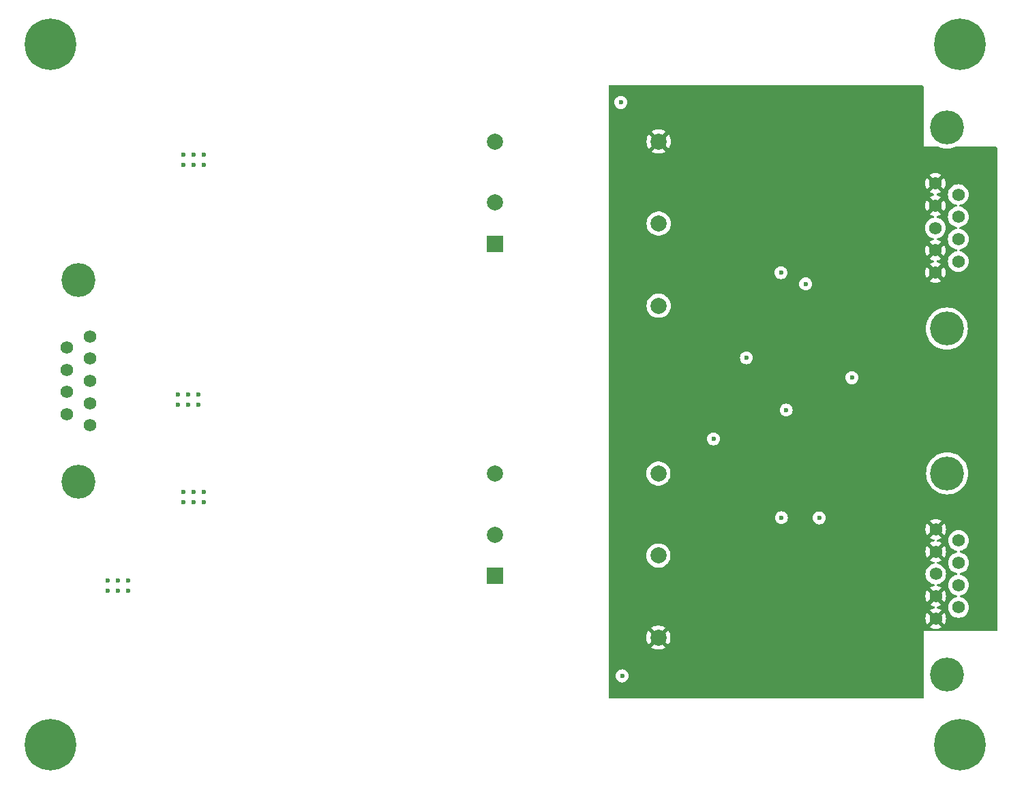
<source format=gbr>
%TF.GenerationSoftware,KiCad,Pcbnew,8.0.6*%
%TF.CreationDate,2025-05-16T11:43:59-04:00*%
%TF.ProjectId,PM5V_Telemetry_Cold_TPC,504d3556-5f54-4656-9c65-6d657472795f,rev?*%
%TF.SameCoordinates,Original*%
%TF.FileFunction,Copper,L5,Inr*%
%TF.FilePolarity,Positive*%
%FSLAX46Y46*%
G04 Gerber Fmt 4.6, Leading zero omitted, Abs format (unit mm)*
G04 Created by KiCad (PCBNEW 8.0.6) date 2025-05-16 11:43:59*
%MOMM*%
%LPD*%
G01*
G04 APERTURE LIST*
%TA.AperFunction,ComponentPad*%
%ADD10C,6.400000*%
%TD*%
%TA.AperFunction,ComponentPad*%
%ADD11C,1.560000*%
%TD*%
%TA.AperFunction,ComponentPad*%
%ADD12C,4.216000*%
%TD*%
%TA.AperFunction,ComponentPad*%
%ADD13R,2.000000X2.000000*%
%TD*%
%TA.AperFunction,ComponentPad*%
%ADD14C,2.000000*%
%TD*%
%TA.AperFunction,ViaPad*%
%ADD15C,0.600000*%
%TD*%
G04 APERTURE END LIST*
D10*
%TO.N,GNDPWR*%
%TO.C,H3*%
X208000000Y-33000000D03*
%TD*%
%TO.N,GNDPWR*%
%TO.C,H1*%
X95000000Y-33000000D03*
%TD*%
D11*
%TO.N,/V_SEC_RTN*%
%TO.C,J1*%
X99920000Y-69275000D03*
X99920000Y-72045000D03*
%TO.N,unconnected-(J1-Pad3)*%
X99920000Y-74815000D03*
%TO.N,/V_SEC_RTN*%
X99920000Y-77585000D03*
X99920000Y-80355000D03*
%TO.N,/V_SEC_IN*%
X97080000Y-70660000D03*
X97080000Y-73430000D03*
X97080000Y-76200000D03*
X97080000Y-78970000D03*
D12*
%TO.N,GNDPWR*%
X98500000Y-62315000D03*
X98500000Y-87315000D03*
%TD*%
D10*
%TO.N,GNDPWR*%
%TO.C,H2*%
X95000000Y-120000000D03*
%TD*%
D11*
%TO.N,/PM_5V_RTN*%
%TO.C,J2*%
X204940000Y-61360000D03*
X204940000Y-58590000D03*
%TO.N,unconnected-(J2-Pad3)*%
X204940000Y-55820000D03*
%TO.N,/PM_5V_RTN*%
X204940000Y-53050000D03*
X204940000Y-50280000D03*
%TO.N,/M5_OUT*%
X207780000Y-59975000D03*
X207780000Y-57205000D03*
%TO.N,/P5_OUT*%
X207780000Y-54435000D03*
X207780000Y-51665000D03*
D12*
%TO.N,GNDPWR*%
X206360000Y-68320000D03*
X206360000Y-43320000D03*
%TD*%
D10*
%TO.N,GNDPWR*%
%TO.C,H4*%
X208000000Y-120000000D03*
%TD*%
D13*
%TO.N,/Main_Converter1/V_POS*%
%TO.C,U2*%
X150235600Y-99020000D03*
D14*
%TO.N,/Main_Converter1/V_RTN*%
X150235600Y-93920000D03*
%TO.N,/PM_5V_RTN*%
X170535600Y-106720000D03*
%TO.N,/Main_Converter1/trim*%
X170535600Y-96520000D03*
%TO.N,/M5_OUT*%
X170535600Y-86320000D03*
%TO.N,unconnected-(U2-REMOTE-Pad6)*%
X150235600Y-86320000D03*
%TD*%
D13*
%TO.N,/Main_Converter/V_POS*%
%TO.C,U1*%
X150268100Y-57775000D03*
D14*
%TO.N,/Main_Converter/V_RTN*%
X150268100Y-52675000D03*
%TO.N,/P5_OUT*%
X170568100Y-65475000D03*
%TO.N,/Main_Converter/trim*%
X170568100Y-55275000D03*
%TO.N,/PM_5V_RTN*%
X170568100Y-45075000D03*
%TO.N,unconnected-(U1-REMOTE-Pad6)*%
X150268100Y-45075000D03*
%TD*%
D11*
%TO.N,/PM_5V_RTN*%
%TO.C,J3*%
X204980000Y-104350000D03*
X204980000Y-101580000D03*
%TO.N,unconnected-(J3-Pad3)*%
X204980000Y-98810000D03*
%TO.N,/PM_5V_RTN*%
X204980000Y-96040000D03*
X204980000Y-93270000D03*
%TO.N,/M5_OUT*%
X207820000Y-102965000D03*
X207820000Y-100195000D03*
%TO.N,/P5_OUT*%
X207820000Y-97425000D03*
X207820000Y-94655000D03*
D12*
%TO.N,GNDPWR*%
X206400000Y-111310000D03*
X206400000Y-86310000D03*
%TD*%
D15*
%TO.N,/V_SEC_RTN*%
X111506000Y-88646000D03*
X112776000Y-48006000D03*
X111506000Y-46736000D03*
X111506000Y-89916000D03*
X112776000Y-89916000D03*
X114046000Y-46736000D03*
X114046000Y-48006000D03*
X112776000Y-46736000D03*
X114046000Y-88646000D03*
X114046000Y-89916000D03*
X112776000Y-88646000D03*
X111506000Y-48006000D03*
%TO.N,/P5_OUT*%
X194564000Y-74422000D03*
X181474300Y-71950000D03*
%TO.N,/PM_5V_RTN*%
X179238100Y-82080000D03*
X185868900Y-82427600D03*
X186468100Y-67620000D03*
X192928100Y-77790000D03*
X184188100Y-69560000D03*
X170318100Y-40230000D03*
X170483000Y-111506000D03*
X183418100Y-79770000D03*
%TO.N,GNDPWR*%
X165868100Y-40220000D03*
X166035500Y-111481000D03*
%TO.N,/M5_OUT*%
X186401900Y-78450000D03*
X177378100Y-82030000D03*
%TO.N,Net-(D1-Pad2)*%
X185758100Y-61370000D03*
%TO.N,Net-(D1-Pad1)*%
X188828100Y-62770000D03*
%TO.N,Net-(D2-Pad1)*%
X185818100Y-91830000D03*
%TO.N,Net-(D2-Pad2)*%
X190508100Y-91840000D03*
%TO.N,/V_SEC_IN*%
X110870000Y-76520000D03*
X104660000Y-100910000D03*
X103390000Y-100910000D03*
X103390000Y-99640000D03*
X110870000Y-77790000D03*
X102120000Y-99640000D03*
X113410000Y-77790000D03*
X104660000Y-99640000D03*
X112140000Y-77790000D03*
X113410000Y-76520000D03*
X102120000Y-100910000D03*
X112140000Y-76520000D03*
%TD*%
%TA.AperFunction,Conductor*%
%TO.N,/PM_5V_RTN*%
G36*
X203397039Y-38119685D02*
G01*
X203442794Y-38172489D01*
X203454000Y-38224000D01*
X203454000Y-45720000D01*
X205310168Y-45720000D01*
X205361057Y-45730924D01*
X205380523Y-45739685D01*
X205433317Y-45763446D01*
X205433319Y-45763447D01*
X205433322Y-45763448D01*
X205433325Y-45763449D01*
X205433339Y-45763454D01*
X205669018Y-45836893D01*
X205734604Y-45857331D01*
X206045005Y-45914214D01*
X206360000Y-45933268D01*
X206674995Y-45914214D01*
X206985396Y-45857331D01*
X207193482Y-45792489D01*
X207286660Y-45763454D01*
X207286667Y-45763451D01*
X207286678Y-45763448D01*
X207358942Y-45730924D01*
X207409832Y-45720000D01*
X212474000Y-45720000D01*
X212541039Y-45739685D01*
X212586794Y-45792489D01*
X212598000Y-45844000D01*
X212598000Y-105794000D01*
X212578315Y-105861039D01*
X212525511Y-105906794D01*
X212474000Y-105918000D01*
X203454000Y-105918000D01*
X203454000Y-114176000D01*
X203434315Y-114243039D01*
X203381511Y-114288794D01*
X203330000Y-114300000D01*
X164462000Y-114300000D01*
X164394961Y-114280315D01*
X164349206Y-114227511D01*
X164338000Y-114176000D01*
X164338000Y-111480996D01*
X165229935Y-111480996D01*
X165229935Y-111481003D01*
X165250130Y-111660249D01*
X165250131Y-111660254D01*
X165309711Y-111830523D01*
X165375608Y-111935396D01*
X165405684Y-111983262D01*
X165533238Y-112110816D01*
X165685978Y-112206789D01*
X165771396Y-112236678D01*
X165856245Y-112266368D01*
X165856250Y-112266369D01*
X166035496Y-112286565D01*
X166035500Y-112286565D01*
X166035504Y-112286565D01*
X166214749Y-112266369D01*
X166214752Y-112266368D01*
X166214755Y-112266368D01*
X166385022Y-112206789D01*
X166537762Y-112110816D01*
X166665316Y-111983262D01*
X166761289Y-111830522D01*
X166820868Y-111660255D01*
X166841065Y-111481000D01*
X166821798Y-111310000D01*
X166820869Y-111301750D01*
X166820868Y-111301745D01*
X166761288Y-111131476D01*
X166665315Y-110978737D01*
X166537762Y-110851184D01*
X166385023Y-110755211D01*
X166214754Y-110695631D01*
X166214749Y-110695630D01*
X166035504Y-110675435D01*
X166035496Y-110675435D01*
X165856250Y-110695630D01*
X165856245Y-110695631D01*
X165685976Y-110755211D01*
X165533237Y-110851184D01*
X165405684Y-110978737D01*
X165309711Y-111131476D01*
X165250131Y-111301745D01*
X165250130Y-111301750D01*
X165229935Y-111480996D01*
X164338000Y-111480996D01*
X164338000Y-106719994D01*
X169030459Y-106719994D01*
X169030459Y-106720005D01*
X169050985Y-106967729D01*
X169050987Y-106967738D01*
X169112012Y-107208717D01*
X169211866Y-107436364D01*
X169312164Y-107589882D01*
X169934558Y-106967488D01*
X169959578Y-107027890D01*
X170030712Y-107134351D01*
X170121249Y-107224888D01*
X170227710Y-107296022D01*
X170288111Y-107321041D01*
X169665542Y-107943609D01*
X169712368Y-107980055D01*
X169712370Y-107980056D01*
X169930985Y-108098364D01*
X169930996Y-108098369D01*
X170166106Y-108179083D01*
X170411307Y-108220000D01*
X170659893Y-108220000D01*
X170905093Y-108179083D01*
X171140203Y-108098369D01*
X171140214Y-108098364D01*
X171358828Y-107980057D01*
X171358831Y-107980055D01*
X171405656Y-107943609D01*
X170783088Y-107321041D01*
X170843490Y-107296022D01*
X170949951Y-107224888D01*
X171040488Y-107134351D01*
X171111622Y-107027890D01*
X171136641Y-106967489D01*
X171759034Y-107589882D01*
X171859331Y-107436369D01*
X171959187Y-107208717D01*
X172020212Y-106967738D01*
X172020214Y-106967729D01*
X172040741Y-106720005D01*
X172040741Y-106719994D01*
X172020214Y-106472270D01*
X172020212Y-106472261D01*
X171959187Y-106231282D01*
X171859331Y-106003630D01*
X171759034Y-105850116D01*
X171136641Y-106472510D01*
X171111622Y-106412110D01*
X171040488Y-106305649D01*
X170949951Y-106215112D01*
X170843490Y-106143978D01*
X170783089Y-106118958D01*
X171405657Y-105496390D01*
X171405656Y-105496389D01*
X171358829Y-105459943D01*
X171140214Y-105341635D01*
X171140203Y-105341630D01*
X170905093Y-105260916D01*
X170659893Y-105220000D01*
X170411307Y-105220000D01*
X170166106Y-105260916D01*
X169930996Y-105341630D01*
X169930990Y-105341632D01*
X169712361Y-105459949D01*
X169665542Y-105496388D01*
X169665542Y-105496390D01*
X170288111Y-106118958D01*
X170227710Y-106143978D01*
X170121249Y-106215112D01*
X170030712Y-106305649D01*
X169959578Y-106412110D01*
X169934558Y-106472510D01*
X169312164Y-105850116D01*
X169211867Y-106003632D01*
X169112012Y-106231282D01*
X169050987Y-106472261D01*
X169050985Y-106472270D01*
X169030459Y-106719994D01*
X164338000Y-106719994D01*
X164338000Y-98809998D01*
X203694609Y-98809998D01*
X203694609Y-98810001D01*
X203714136Y-99033200D01*
X203714137Y-99033208D01*
X203772126Y-99249625D01*
X203772127Y-99249627D01*
X203772128Y-99249630D01*
X203827683Y-99368768D01*
X203866819Y-99452696D01*
X203866821Y-99452700D01*
X203995329Y-99636228D01*
X203995334Y-99636234D01*
X204153765Y-99794665D01*
X204153771Y-99794670D01*
X204337299Y-99923178D01*
X204337301Y-99923179D01*
X204337304Y-99923181D01*
X204540370Y-100017872D01*
X204755379Y-100075484D01*
X204815039Y-100111848D01*
X204845568Y-100174695D01*
X204837273Y-100244070D01*
X204792788Y-100297948D01*
X204755379Y-100315033D01*
X204540547Y-100372597D01*
X204540540Y-100372600D01*
X204337556Y-100467253D01*
X204268887Y-100515334D01*
X204834260Y-101080707D01*
X204779288Y-101095437D01*
X204660713Y-101163896D01*
X204563896Y-101260713D01*
X204495437Y-101379288D01*
X204480707Y-101434259D01*
X203915334Y-100868887D01*
X203867253Y-100937556D01*
X203772600Y-101140540D01*
X203772596Y-101140549D01*
X203714632Y-101356875D01*
X203714630Y-101356886D01*
X203695111Y-101579997D01*
X203695111Y-101580002D01*
X203714630Y-101803113D01*
X203714632Y-101803124D01*
X203772596Y-102019450D01*
X203772600Y-102019459D01*
X203867252Y-102222443D01*
X203867253Y-102222445D01*
X203915334Y-102291112D01*
X204480707Y-101725739D01*
X204495437Y-101780712D01*
X204563896Y-101899287D01*
X204660713Y-101996104D01*
X204779288Y-102064563D01*
X204834259Y-102079292D01*
X204268886Y-102644664D01*
X204337555Y-102692746D01*
X204540540Y-102787399D01*
X204540546Y-102787402D01*
X204756344Y-102845225D01*
X204816004Y-102881590D01*
X204846533Y-102944437D01*
X204838238Y-103013813D01*
X204793753Y-103067690D01*
X204756344Y-103084775D01*
X204540546Y-103142597D01*
X204540540Y-103142600D01*
X204337556Y-103237253D01*
X204268887Y-103285334D01*
X204834260Y-103850707D01*
X204779288Y-103865437D01*
X204660713Y-103933896D01*
X204563896Y-104030713D01*
X204495437Y-104149288D01*
X204480707Y-104204259D01*
X203915334Y-103638887D01*
X203867253Y-103707556D01*
X203772600Y-103910540D01*
X203772596Y-103910549D01*
X203714632Y-104126875D01*
X203714630Y-104126886D01*
X203695111Y-104349997D01*
X203695111Y-104350002D01*
X203714630Y-104573113D01*
X203714632Y-104573124D01*
X203772596Y-104789450D01*
X203772600Y-104789459D01*
X203867252Y-104992443D01*
X203867253Y-104992445D01*
X203915334Y-105061112D01*
X204480707Y-104495739D01*
X204495437Y-104550712D01*
X204563896Y-104669287D01*
X204660713Y-104766104D01*
X204779288Y-104834563D01*
X204834259Y-104849292D01*
X204268886Y-105414664D01*
X204337555Y-105462746D01*
X204540540Y-105557399D01*
X204540549Y-105557403D01*
X204756875Y-105615367D01*
X204756886Y-105615369D01*
X204979998Y-105634889D01*
X204980002Y-105634889D01*
X205203113Y-105615369D01*
X205203124Y-105615367D01*
X205419450Y-105557403D01*
X205419459Y-105557399D01*
X205622445Y-105462746D01*
X205622451Y-105462742D01*
X205691112Y-105414665D01*
X205125739Y-104849292D01*
X205180712Y-104834563D01*
X205299287Y-104766104D01*
X205396104Y-104669287D01*
X205464563Y-104550712D01*
X205479292Y-104495739D01*
X206044665Y-105061112D01*
X206092742Y-104992451D01*
X206092746Y-104992445D01*
X206187399Y-104789459D01*
X206187403Y-104789450D01*
X206245367Y-104573124D01*
X206245369Y-104573113D01*
X206264889Y-104350002D01*
X206264889Y-104349997D01*
X206245369Y-104126886D01*
X206245367Y-104126875D01*
X206187403Y-103910549D01*
X206187399Y-103910540D01*
X206092747Y-103707557D01*
X206092746Y-103707555D01*
X206044664Y-103638887D01*
X206044664Y-103638886D01*
X205479292Y-104204259D01*
X205464563Y-104149288D01*
X205396104Y-104030713D01*
X205299287Y-103933896D01*
X205180712Y-103865437D01*
X205125740Y-103850707D01*
X205691112Y-103285334D01*
X205691112Y-103285333D01*
X205622445Y-103237253D01*
X205622443Y-103237252D01*
X205419459Y-103142600D01*
X205419450Y-103142596D01*
X205203656Y-103084775D01*
X205143995Y-103048410D01*
X205113466Y-102985563D01*
X205121761Y-102916188D01*
X205166246Y-102862310D01*
X205203656Y-102845225D01*
X205419450Y-102787403D01*
X205419459Y-102787399D01*
X205622445Y-102692746D01*
X205622451Y-102692742D01*
X205691112Y-102644665D01*
X205125739Y-102079292D01*
X205180712Y-102064563D01*
X205299287Y-101996104D01*
X205396104Y-101899287D01*
X205464563Y-101780712D01*
X205479292Y-101725739D01*
X206044665Y-102291112D01*
X206092742Y-102222451D01*
X206092746Y-102222445D01*
X206187399Y-102019459D01*
X206187403Y-102019450D01*
X206245367Y-101803124D01*
X206245369Y-101803113D01*
X206264889Y-101580002D01*
X206264889Y-101579997D01*
X206245369Y-101356886D01*
X206245367Y-101356875D01*
X206187403Y-101140549D01*
X206187399Y-101140540D01*
X206092747Y-100937557D01*
X206092746Y-100937555D01*
X206044664Y-100868887D01*
X206044664Y-100868886D01*
X205479292Y-101434259D01*
X205464563Y-101379288D01*
X205396104Y-101260713D01*
X205299287Y-101163896D01*
X205180712Y-101095437D01*
X205125740Y-101080707D01*
X205691112Y-100515334D01*
X205691112Y-100515333D01*
X205622445Y-100467253D01*
X205622443Y-100467252D01*
X205419459Y-100372600D01*
X205419453Y-100372597D01*
X205204620Y-100315033D01*
X205144960Y-100278668D01*
X205114431Y-100215821D01*
X205122726Y-100146445D01*
X205167211Y-100092567D01*
X205204616Y-100075485D01*
X205419630Y-100017872D01*
X205622696Y-99923181D01*
X205806233Y-99794667D01*
X205964667Y-99636233D01*
X206093181Y-99452696D01*
X206187872Y-99249630D01*
X206245863Y-99033206D01*
X206265391Y-98810000D01*
X206245863Y-98586794D01*
X206187872Y-98370370D01*
X206093181Y-98167305D01*
X205964667Y-97983767D01*
X205806233Y-97825333D01*
X205806229Y-97825330D01*
X205806228Y-97825329D01*
X205622700Y-97696821D01*
X205622696Y-97696819D01*
X205518449Y-97648208D01*
X205419630Y-97602128D01*
X205419627Y-97602127D01*
X205419625Y-97602126D01*
X205204620Y-97544516D01*
X205144960Y-97508151D01*
X205114431Y-97445304D01*
X205122726Y-97375928D01*
X205167211Y-97322050D01*
X205204621Y-97304966D01*
X205419450Y-97247403D01*
X205419459Y-97247399D01*
X205622445Y-97152746D01*
X205622451Y-97152742D01*
X205691112Y-97104665D01*
X205125739Y-96539292D01*
X205180712Y-96524563D01*
X205299287Y-96456104D01*
X205396104Y-96359287D01*
X205464563Y-96240712D01*
X205479292Y-96185739D01*
X206044665Y-96751112D01*
X206092742Y-96682451D01*
X206092746Y-96682445D01*
X206187399Y-96479459D01*
X206187403Y-96479450D01*
X206245367Y-96263124D01*
X206245369Y-96263113D01*
X206264889Y-96040002D01*
X206264889Y-96039997D01*
X206245369Y-95816886D01*
X206245367Y-95816875D01*
X206187403Y-95600549D01*
X206187399Y-95600540D01*
X206092747Y-95397557D01*
X206092746Y-95397555D01*
X206044664Y-95328887D01*
X206044664Y-95328886D01*
X205479292Y-95894259D01*
X205464563Y-95839288D01*
X205396104Y-95720713D01*
X205299287Y-95623896D01*
X205180712Y-95555437D01*
X205125740Y-95540707D01*
X205691112Y-94975334D01*
X205691112Y-94975333D01*
X205622445Y-94927253D01*
X205622443Y-94927252D01*
X205419459Y-94832600D01*
X205419450Y-94832596D01*
X205203656Y-94774775D01*
X205143995Y-94738410D01*
X205113466Y-94675563D01*
X205115925Y-94654998D01*
X206534609Y-94654998D01*
X206534609Y-94655001D01*
X206554136Y-94878200D01*
X206554137Y-94878208D01*
X206612126Y-95094625D01*
X206612127Y-95094627D01*
X206612128Y-95094630D01*
X206633831Y-95141172D01*
X206706819Y-95297696D01*
X206706821Y-95297700D01*
X206835329Y-95481228D01*
X206835334Y-95481234D01*
X206993765Y-95639665D01*
X206993771Y-95639670D01*
X207177299Y-95768178D01*
X207177301Y-95768179D01*
X207177304Y-95768181D01*
X207380370Y-95862872D01*
X207594414Y-95920225D01*
X207654074Y-95956590D01*
X207684603Y-96019437D01*
X207676308Y-96088813D01*
X207631823Y-96142691D01*
X207594415Y-96159774D01*
X207545230Y-96172953D01*
X207380374Y-96217126D01*
X207380368Y-96217129D01*
X207177306Y-96311818D01*
X207177304Y-96311819D01*
X206993764Y-96440334D01*
X206835334Y-96598764D01*
X206706819Y-96782304D01*
X206706818Y-96782306D01*
X206612129Y-96985368D01*
X206612126Y-96985374D01*
X206554137Y-97201791D01*
X206554136Y-97201799D01*
X206534609Y-97424998D01*
X206534609Y-97425001D01*
X206554136Y-97648200D01*
X206554137Y-97648208D01*
X206612126Y-97864625D01*
X206612127Y-97864627D01*
X206612128Y-97864630D01*
X206667683Y-97983768D01*
X206706819Y-98067696D01*
X206706821Y-98067700D01*
X206835329Y-98251228D01*
X206835334Y-98251234D01*
X206993765Y-98409665D01*
X206993771Y-98409670D01*
X207177299Y-98538178D01*
X207177301Y-98538179D01*
X207177304Y-98538181D01*
X207380370Y-98632872D01*
X207594414Y-98690225D01*
X207654074Y-98726590D01*
X207684603Y-98789437D01*
X207676308Y-98858813D01*
X207631823Y-98912691D01*
X207594415Y-98929774D01*
X207545230Y-98942953D01*
X207380374Y-98987126D01*
X207380368Y-98987129D01*
X207177306Y-99081818D01*
X207177304Y-99081819D01*
X206993764Y-99210334D01*
X206835334Y-99368764D01*
X206706819Y-99552304D01*
X206706818Y-99552306D01*
X206612129Y-99755368D01*
X206612126Y-99755374D01*
X206554137Y-99971791D01*
X206554136Y-99971799D01*
X206534609Y-100194998D01*
X206534609Y-100195001D01*
X206554136Y-100418200D01*
X206554137Y-100418208D01*
X206612126Y-100634625D01*
X206612127Y-100634627D01*
X206612128Y-100634630D01*
X206706819Y-100837696D01*
X206706821Y-100837700D01*
X206835329Y-101021228D01*
X206835334Y-101021234D01*
X206993765Y-101179665D01*
X206993771Y-101179670D01*
X207177299Y-101308178D01*
X207177301Y-101308179D01*
X207177304Y-101308181D01*
X207380370Y-101402872D01*
X207594414Y-101460225D01*
X207654074Y-101496590D01*
X207684603Y-101559437D01*
X207676308Y-101628813D01*
X207631823Y-101682691D01*
X207594415Y-101699774D01*
X207545230Y-101712953D01*
X207380374Y-101757126D01*
X207380368Y-101757129D01*
X207177306Y-101851818D01*
X207177304Y-101851819D01*
X206993764Y-101980334D01*
X206835334Y-102138764D01*
X206706819Y-102322304D01*
X206706818Y-102322306D01*
X206612129Y-102525368D01*
X206612126Y-102525374D01*
X206554137Y-102741791D01*
X206554136Y-102741799D01*
X206534609Y-102964998D01*
X206534609Y-102965001D01*
X206554136Y-103188200D01*
X206554137Y-103188208D01*
X206612126Y-103404625D01*
X206612127Y-103404627D01*
X206612128Y-103404630D01*
X206706819Y-103607696D01*
X206706821Y-103607700D01*
X206835329Y-103791228D01*
X206835334Y-103791234D01*
X206993765Y-103949665D01*
X206993771Y-103949670D01*
X207177299Y-104078178D01*
X207177301Y-104078179D01*
X207177304Y-104078181D01*
X207380370Y-104172872D01*
X207596794Y-104230863D01*
X207756226Y-104244811D01*
X207819998Y-104250391D01*
X207820000Y-104250391D01*
X207820002Y-104250391D01*
X207875801Y-104245509D01*
X208043206Y-104230863D01*
X208259630Y-104172872D01*
X208462696Y-104078181D01*
X208646233Y-103949667D01*
X208804667Y-103791233D01*
X208933181Y-103607696D01*
X209027872Y-103404630D01*
X209085863Y-103188206D01*
X209105391Y-102965000D01*
X209085863Y-102741794D01*
X209027872Y-102525370D01*
X208933181Y-102322305D01*
X208804667Y-102138767D01*
X208646233Y-101980333D01*
X208646229Y-101980330D01*
X208646228Y-101980329D01*
X208462700Y-101851821D01*
X208462696Y-101851819D01*
X208462694Y-101851818D01*
X208259630Y-101757128D01*
X208259626Y-101757127D01*
X208259622Y-101757125D01*
X208097884Y-101713788D01*
X208045585Y-101699774D01*
X207985925Y-101663410D01*
X207955396Y-101600563D01*
X207963691Y-101531188D01*
X208008176Y-101477310D01*
X208045584Y-101460225D01*
X208259630Y-101402872D01*
X208462696Y-101308181D01*
X208646233Y-101179667D01*
X208804667Y-101021233D01*
X208933181Y-100837696D01*
X209027872Y-100634630D01*
X209085863Y-100418206D01*
X209105391Y-100195000D01*
X209085863Y-99971794D01*
X209027872Y-99755370D01*
X208933181Y-99552305D01*
X208804667Y-99368767D01*
X208646233Y-99210333D01*
X208646229Y-99210330D01*
X208646228Y-99210329D01*
X208462700Y-99081821D01*
X208462696Y-99081819D01*
X208358449Y-99033208D01*
X208259630Y-98987128D01*
X208259626Y-98987127D01*
X208259622Y-98987125D01*
X208097884Y-98943788D01*
X208045585Y-98929774D01*
X207985925Y-98893410D01*
X207955396Y-98830563D01*
X207963691Y-98761188D01*
X208008176Y-98707310D01*
X208045584Y-98690225D01*
X208259630Y-98632872D01*
X208462696Y-98538181D01*
X208646233Y-98409667D01*
X208804667Y-98251233D01*
X208933181Y-98067696D01*
X209027872Y-97864630D01*
X209085863Y-97648206D01*
X209105391Y-97425000D01*
X209085863Y-97201794D01*
X209027872Y-96985370D01*
X208933181Y-96782305D01*
X208804667Y-96598767D01*
X208646233Y-96440333D01*
X208646229Y-96440330D01*
X208646228Y-96440329D01*
X208462700Y-96311821D01*
X208462696Y-96311819D01*
X208462694Y-96311818D01*
X208259630Y-96217128D01*
X208259626Y-96217127D01*
X208259622Y-96217125D01*
X208097884Y-96173788D01*
X208045585Y-96159774D01*
X207985925Y-96123410D01*
X207955396Y-96060563D01*
X207963691Y-95991188D01*
X208008176Y-95937310D01*
X208045584Y-95920225D01*
X208259630Y-95862872D01*
X208462696Y-95768181D01*
X208646233Y-95639667D01*
X208804667Y-95481233D01*
X208933181Y-95297696D01*
X209027872Y-95094630D01*
X209085863Y-94878206D01*
X209105391Y-94655000D01*
X209085863Y-94431794D01*
X209027872Y-94215370D01*
X208933181Y-94012305D01*
X208804667Y-93828767D01*
X208646233Y-93670333D01*
X208646229Y-93670330D01*
X208646228Y-93670329D01*
X208462700Y-93541821D01*
X208462696Y-93541819D01*
X208462694Y-93541818D01*
X208259630Y-93447128D01*
X208259627Y-93447127D01*
X208259625Y-93447126D01*
X208043208Y-93389137D01*
X208043200Y-93389136D01*
X207820002Y-93369609D01*
X207819998Y-93369609D01*
X207596799Y-93389136D01*
X207596791Y-93389137D01*
X207380374Y-93447126D01*
X207380368Y-93447129D01*
X207177306Y-93541818D01*
X207177304Y-93541819D01*
X206993764Y-93670334D01*
X206835334Y-93828764D01*
X206706819Y-94012304D01*
X206706818Y-94012306D01*
X206612129Y-94215368D01*
X206612126Y-94215374D01*
X206554137Y-94431791D01*
X206554136Y-94431799D01*
X206534609Y-94654998D01*
X205115925Y-94654998D01*
X205121761Y-94606188D01*
X205166246Y-94552310D01*
X205203656Y-94535225D01*
X205419450Y-94477403D01*
X205419459Y-94477399D01*
X205622445Y-94382746D01*
X205622451Y-94382742D01*
X205691112Y-94334665D01*
X205125739Y-93769292D01*
X205180712Y-93754563D01*
X205299287Y-93686104D01*
X205396104Y-93589287D01*
X205464563Y-93470712D01*
X205479292Y-93415739D01*
X206044665Y-93981112D01*
X206092742Y-93912451D01*
X206092746Y-93912445D01*
X206187399Y-93709459D01*
X206187403Y-93709450D01*
X206245367Y-93493124D01*
X206245369Y-93493113D01*
X206264889Y-93270002D01*
X206264889Y-93269997D01*
X206245369Y-93046886D01*
X206245367Y-93046875D01*
X206187403Y-92830549D01*
X206187399Y-92830540D01*
X206092747Y-92627557D01*
X206092746Y-92627555D01*
X206044664Y-92558887D01*
X206044664Y-92558886D01*
X205479292Y-93124259D01*
X205464563Y-93069288D01*
X205396104Y-92950713D01*
X205299287Y-92853896D01*
X205180712Y-92785437D01*
X205125740Y-92770707D01*
X205691112Y-92205334D01*
X205691112Y-92205333D01*
X205622445Y-92157253D01*
X205622443Y-92157252D01*
X205419459Y-92062600D01*
X205419450Y-92062596D01*
X205203124Y-92004632D01*
X205203113Y-92004630D01*
X204980002Y-91985111D01*
X204979998Y-91985111D01*
X204756886Y-92004630D01*
X204756875Y-92004632D01*
X204540549Y-92062596D01*
X204540540Y-92062600D01*
X204337556Y-92157253D01*
X204268887Y-92205334D01*
X204834260Y-92770707D01*
X204779288Y-92785437D01*
X204660713Y-92853896D01*
X204563896Y-92950713D01*
X204495437Y-93069288D01*
X204480707Y-93124259D01*
X203915334Y-92558887D01*
X203867253Y-92627556D01*
X203772600Y-92830540D01*
X203772596Y-92830549D01*
X203714632Y-93046875D01*
X203714630Y-93046886D01*
X203695111Y-93269997D01*
X203695111Y-93270002D01*
X203714630Y-93493113D01*
X203714632Y-93493124D01*
X203772596Y-93709450D01*
X203772600Y-93709459D01*
X203867252Y-93912443D01*
X203867253Y-93912445D01*
X203915334Y-93981112D01*
X204480707Y-93415739D01*
X204495437Y-93470712D01*
X204563896Y-93589287D01*
X204660713Y-93686104D01*
X204779288Y-93754563D01*
X204834259Y-93769292D01*
X204268886Y-94334664D01*
X204337555Y-94382746D01*
X204540540Y-94477399D01*
X204540546Y-94477402D01*
X204756344Y-94535225D01*
X204816004Y-94571590D01*
X204846533Y-94634437D01*
X204838238Y-94703813D01*
X204793753Y-94757690D01*
X204756344Y-94774775D01*
X204540546Y-94832597D01*
X204540540Y-94832600D01*
X204337556Y-94927253D01*
X204268887Y-94975334D01*
X204834260Y-95540707D01*
X204779288Y-95555437D01*
X204660713Y-95623896D01*
X204563896Y-95720713D01*
X204495437Y-95839288D01*
X204480707Y-95894259D01*
X203915334Y-95328887D01*
X203867253Y-95397556D01*
X203772600Y-95600540D01*
X203772596Y-95600549D01*
X203714632Y-95816875D01*
X203714630Y-95816886D01*
X203695111Y-96039997D01*
X203695111Y-96040002D01*
X203714630Y-96263113D01*
X203714632Y-96263124D01*
X203772596Y-96479450D01*
X203772600Y-96479459D01*
X203867252Y-96682443D01*
X203867253Y-96682445D01*
X203915334Y-96751112D01*
X204480707Y-96185739D01*
X204495437Y-96240712D01*
X204563896Y-96359287D01*
X204660713Y-96456104D01*
X204779288Y-96524563D01*
X204834259Y-96539292D01*
X204268886Y-97104664D01*
X204337555Y-97152746D01*
X204540540Y-97247399D01*
X204540549Y-97247403D01*
X204755378Y-97304966D01*
X204815039Y-97341331D01*
X204845568Y-97404178D01*
X204837273Y-97473553D01*
X204792788Y-97527431D01*
X204755379Y-97544516D01*
X204540375Y-97602126D01*
X204540368Y-97602129D01*
X204337306Y-97696818D01*
X204337304Y-97696819D01*
X204153764Y-97825334D01*
X203995334Y-97983764D01*
X203866819Y-98167304D01*
X203866818Y-98167306D01*
X203772129Y-98370368D01*
X203772126Y-98370374D01*
X203714137Y-98586791D01*
X203714136Y-98586799D01*
X203694609Y-98809998D01*
X164338000Y-98809998D01*
X164338000Y-96519994D01*
X169029957Y-96519994D01*
X169029957Y-96520005D01*
X169050490Y-96767812D01*
X169050492Y-96767824D01*
X169111536Y-97008881D01*
X169211426Y-97236606D01*
X169347433Y-97444782D01*
X169347436Y-97444785D01*
X169515856Y-97627738D01*
X169712091Y-97780474D01*
X169930790Y-97898828D01*
X170165986Y-97979571D01*
X170411265Y-98020500D01*
X170659935Y-98020500D01*
X170905214Y-97979571D01*
X171140410Y-97898828D01*
X171359109Y-97780474D01*
X171555344Y-97627738D01*
X171723764Y-97444785D01*
X171859773Y-97236607D01*
X171959663Y-97008881D01*
X172020708Y-96767821D01*
X172027782Y-96682451D01*
X172041243Y-96520005D01*
X172041243Y-96519994D01*
X172020709Y-96272187D01*
X172020707Y-96272175D01*
X171959663Y-96031118D01*
X171859773Y-95803393D01*
X171723766Y-95595217D01*
X171687146Y-95555437D01*
X171555344Y-95412262D01*
X171359109Y-95259526D01*
X171359107Y-95259525D01*
X171359106Y-95259524D01*
X171140411Y-95141172D01*
X171140402Y-95141169D01*
X170905216Y-95060429D01*
X170659935Y-95019500D01*
X170411265Y-95019500D01*
X170165983Y-95060429D01*
X169930797Y-95141169D01*
X169930788Y-95141172D01*
X169712093Y-95259524D01*
X169515857Y-95412261D01*
X169347433Y-95595217D01*
X169211426Y-95803393D01*
X169111536Y-96031118D01*
X169050492Y-96272175D01*
X169050490Y-96272187D01*
X169029957Y-96519994D01*
X164338000Y-96519994D01*
X164338000Y-91829996D01*
X185012535Y-91829996D01*
X185012535Y-91830003D01*
X185032730Y-92009249D01*
X185032731Y-92009254D01*
X185092311Y-92179523D01*
X185188284Y-92332262D01*
X185315838Y-92459816D01*
X185468578Y-92555789D01*
X185638845Y-92615368D01*
X185638850Y-92615369D01*
X185818096Y-92635565D01*
X185818100Y-92635565D01*
X185818104Y-92635565D01*
X185997349Y-92615369D01*
X185997352Y-92615368D01*
X185997355Y-92615368D01*
X186167622Y-92555789D01*
X186320362Y-92459816D01*
X186447916Y-92332262D01*
X186543889Y-92179522D01*
X186603468Y-92009255D01*
X186603989Y-92004630D01*
X186622539Y-91839996D01*
X189702535Y-91839996D01*
X189702535Y-91840003D01*
X189722730Y-92019249D01*
X189722731Y-92019254D01*
X189782311Y-92189523D01*
X189792246Y-92205334D01*
X189878284Y-92342262D01*
X190005838Y-92469816D01*
X190096180Y-92526582D01*
X190147593Y-92558887D01*
X190158578Y-92565789D01*
X190328845Y-92625368D01*
X190328850Y-92625369D01*
X190508096Y-92645565D01*
X190508100Y-92645565D01*
X190508104Y-92645565D01*
X190687349Y-92625369D01*
X190687352Y-92625368D01*
X190687355Y-92625368D01*
X190857622Y-92565789D01*
X191010362Y-92469816D01*
X191137916Y-92342262D01*
X191233889Y-92189522D01*
X191293468Y-92019255D01*
X191294595Y-92009254D01*
X191313665Y-91840003D01*
X191313665Y-91839996D01*
X191293469Y-91660750D01*
X191293468Y-91660745D01*
X191233888Y-91490476D01*
X191137915Y-91337737D01*
X191010362Y-91210184D01*
X190857623Y-91114211D01*
X190687354Y-91054631D01*
X190687349Y-91054630D01*
X190508104Y-91034435D01*
X190508096Y-91034435D01*
X190328850Y-91054630D01*
X190328845Y-91054631D01*
X190158576Y-91114211D01*
X190005837Y-91210184D01*
X189878284Y-91337737D01*
X189782311Y-91490476D01*
X189722731Y-91660745D01*
X189722730Y-91660750D01*
X189702535Y-91839996D01*
X186622539Y-91839996D01*
X186623665Y-91830003D01*
X186623665Y-91829996D01*
X186603469Y-91650750D01*
X186603468Y-91650745D01*
X186543888Y-91480476D01*
X186454199Y-91337738D01*
X186447916Y-91327738D01*
X186320362Y-91200184D01*
X186167623Y-91104211D01*
X185997354Y-91044631D01*
X185997349Y-91044630D01*
X185818104Y-91024435D01*
X185818096Y-91024435D01*
X185638850Y-91044630D01*
X185638845Y-91044631D01*
X185468576Y-91104211D01*
X185315837Y-91200184D01*
X185188284Y-91327737D01*
X185092311Y-91480476D01*
X185032731Y-91650745D01*
X185032730Y-91650750D01*
X185012535Y-91829996D01*
X164338000Y-91829996D01*
X164338000Y-86319994D01*
X169029957Y-86319994D01*
X169029957Y-86320005D01*
X169050490Y-86567812D01*
X169050492Y-86567824D01*
X169111536Y-86808881D01*
X169211426Y-87036606D01*
X169347433Y-87244782D01*
X169347436Y-87244785D01*
X169515856Y-87427738D01*
X169712091Y-87580474D01*
X169930790Y-87698828D01*
X170165986Y-87779571D01*
X170411265Y-87820500D01*
X170659935Y-87820500D01*
X170905214Y-87779571D01*
X171140410Y-87698828D01*
X171359109Y-87580474D01*
X171555344Y-87427738D01*
X171723764Y-87244785D01*
X171859773Y-87036607D01*
X171959663Y-86808881D01*
X172020708Y-86567821D01*
X172041243Y-86320000D01*
X172040414Y-86310000D01*
X203786732Y-86310000D01*
X203805785Y-86624989D01*
X203805785Y-86624994D01*
X203805786Y-86624995D01*
X203862669Y-86935396D01*
X203862670Y-86935400D01*
X203862671Y-86935404D01*
X203956545Y-87236659D01*
X203956549Y-87236670D01*
X203956550Y-87236673D01*
X203956552Y-87236678D01*
X203960201Y-87244785D01*
X204086066Y-87524446D01*
X204249326Y-87794510D01*
X204443943Y-88042920D01*
X204667079Y-88266056D01*
X204915489Y-88460673D01*
X204915492Y-88460675D01*
X204915495Y-88460677D01*
X205185554Y-88623934D01*
X205473322Y-88753448D01*
X205473332Y-88753451D01*
X205473340Y-88753454D01*
X205674176Y-88816036D01*
X205774604Y-88847331D01*
X206085005Y-88904214D01*
X206400000Y-88923268D01*
X206714995Y-88904214D01*
X207025396Y-88847331D01*
X207326678Y-88753448D01*
X207614446Y-88623934D01*
X207884505Y-88460677D01*
X208132917Y-88266059D01*
X208356059Y-88042917D01*
X208550677Y-87794505D01*
X208713934Y-87524446D01*
X208843448Y-87236678D01*
X208937331Y-86935396D01*
X208994214Y-86624995D01*
X209013268Y-86310000D01*
X208994214Y-85995005D01*
X208937331Y-85684604D01*
X208843448Y-85383322D01*
X208713934Y-85095554D01*
X208550677Y-84825495D01*
X208550675Y-84825492D01*
X208550673Y-84825489D01*
X208356056Y-84577079D01*
X208132920Y-84353943D01*
X207884510Y-84159326D01*
X207614446Y-83996066D01*
X207326678Y-83866552D01*
X207326673Y-83866550D01*
X207326670Y-83866549D01*
X207326659Y-83866545D01*
X207025404Y-83772671D01*
X207025400Y-83772670D01*
X207025396Y-83772669D01*
X206714995Y-83715786D01*
X206714994Y-83715785D01*
X206714989Y-83715785D01*
X206400000Y-83696732D01*
X206085010Y-83715785D01*
X206085005Y-83715786D01*
X205774604Y-83772669D01*
X205774601Y-83772669D01*
X205774595Y-83772671D01*
X205473340Y-83866545D01*
X205473329Y-83866549D01*
X205185553Y-83996066D01*
X204915489Y-84159326D01*
X204667079Y-84353943D01*
X204443943Y-84577079D01*
X204249326Y-84825489D01*
X204086066Y-85095553D01*
X203956549Y-85383329D01*
X203956545Y-85383340D01*
X203862671Y-85684595D01*
X203862669Y-85684601D01*
X203862669Y-85684604D01*
X203835819Y-85831119D01*
X203805785Y-85995010D01*
X203786732Y-86310000D01*
X172040414Y-86310000D01*
X172020709Y-86072187D01*
X172020707Y-86072175D01*
X171959663Y-85831118D01*
X171859773Y-85603393D01*
X171723766Y-85395217D01*
X171702157Y-85371744D01*
X171555344Y-85212262D01*
X171359109Y-85059526D01*
X171359107Y-85059525D01*
X171359106Y-85059524D01*
X171140411Y-84941172D01*
X171140402Y-84941169D01*
X170905216Y-84860429D01*
X170659935Y-84819500D01*
X170411265Y-84819500D01*
X170165983Y-84860429D01*
X169930797Y-84941169D01*
X169930788Y-84941172D01*
X169712093Y-85059524D01*
X169515857Y-85212261D01*
X169347433Y-85395217D01*
X169211426Y-85603393D01*
X169111536Y-85831118D01*
X169050492Y-86072175D01*
X169050490Y-86072187D01*
X169029957Y-86319994D01*
X164338000Y-86319994D01*
X164338000Y-82029996D01*
X176572535Y-82029996D01*
X176572535Y-82030003D01*
X176592730Y-82209249D01*
X176592731Y-82209254D01*
X176652311Y-82379523D01*
X176748284Y-82532262D01*
X176875838Y-82659816D01*
X177028578Y-82755789D01*
X177198845Y-82815368D01*
X177198850Y-82815369D01*
X177378096Y-82835565D01*
X177378100Y-82835565D01*
X177378104Y-82835565D01*
X177557349Y-82815369D01*
X177557352Y-82815368D01*
X177557355Y-82815368D01*
X177727622Y-82755789D01*
X177880362Y-82659816D01*
X178007916Y-82532262D01*
X178103889Y-82379522D01*
X178163468Y-82209255D01*
X178183665Y-82030000D01*
X178163468Y-81850745D01*
X178103889Y-81680478D01*
X178007916Y-81527738D01*
X177880362Y-81400184D01*
X177727623Y-81304211D01*
X177557354Y-81244631D01*
X177557349Y-81244630D01*
X177378104Y-81224435D01*
X177378096Y-81224435D01*
X177198850Y-81244630D01*
X177198845Y-81244631D01*
X177028576Y-81304211D01*
X176875837Y-81400184D01*
X176748284Y-81527737D01*
X176652311Y-81680476D01*
X176592731Y-81850745D01*
X176592730Y-81850750D01*
X176572535Y-82029996D01*
X164338000Y-82029996D01*
X164338000Y-78449996D01*
X185596335Y-78449996D01*
X185596335Y-78450003D01*
X185616530Y-78629249D01*
X185616531Y-78629254D01*
X185676111Y-78799523D01*
X185772084Y-78952262D01*
X185899638Y-79079816D01*
X186052378Y-79175789D01*
X186222645Y-79235368D01*
X186222650Y-79235369D01*
X186401896Y-79255565D01*
X186401900Y-79255565D01*
X186401904Y-79255565D01*
X186581149Y-79235369D01*
X186581152Y-79235368D01*
X186581155Y-79235368D01*
X186751422Y-79175789D01*
X186904162Y-79079816D01*
X187031716Y-78952262D01*
X187127689Y-78799522D01*
X187187268Y-78629255D01*
X187207465Y-78450000D01*
X187187268Y-78270745D01*
X187127689Y-78100478D01*
X187031716Y-77947738D01*
X186904162Y-77820184D01*
X186751423Y-77724211D01*
X186581154Y-77664631D01*
X186581149Y-77664630D01*
X186401904Y-77644435D01*
X186401896Y-77644435D01*
X186222650Y-77664630D01*
X186222645Y-77664631D01*
X186052376Y-77724211D01*
X185899637Y-77820184D01*
X185772084Y-77947737D01*
X185676111Y-78100476D01*
X185616531Y-78270745D01*
X185616530Y-78270750D01*
X185596335Y-78449996D01*
X164338000Y-78449996D01*
X164338000Y-74421996D01*
X193758435Y-74421996D01*
X193758435Y-74422003D01*
X193778630Y-74601249D01*
X193778631Y-74601254D01*
X193838211Y-74771523D01*
X193934184Y-74924262D01*
X194061738Y-75051816D01*
X194214478Y-75147789D01*
X194384745Y-75207368D01*
X194384750Y-75207369D01*
X194563996Y-75227565D01*
X194564000Y-75227565D01*
X194564004Y-75227565D01*
X194743249Y-75207369D01*
X194743252Y-75207368D01*
X194743255Y-75207368D01*
X194913522Y-75147789D01*
X195066262Y-75051816D01*
X195193816Y-74924262D01*
X195289789Y-74771522D01*
X195349368Y-74601255D01*
X195369565Y-74422000D01*
X195349368Y-74242745D01*
X195289789Y-74072478D01*
X195193816Y-73919738D01*
X195066262Y-73792184D01*
X194913523Y-73696211D01*
X194743254Y-73636631D01*
X194743249Y-73636630D01*
X194564004Y-73616435D01*
X194563996Y-73616435D01*
X194384750Y-73636630D01*
X194384745Y-73636631D01*
X194214476Y-73696211D01*
X194061737Y-73792184D01*
X193934184Y-73919737D01*
X193838211Y-74072476D01*
X193778631Y-74242745D01*
X193778630Y-74242750D01*
X193758435Y-74421996D01*
X164338000Y-74421996D01*
X164338000Y-71949996D01*
X180668735Y-71949996D01*
X180668735Y-71950003D01*
X180688930Y-72129249D01*
X180688931Y-72129254D01*
X180748511Y-72299523D01*
X180844484Y-72452262D01*
X180972038Y-72579816D01*
X181124778Y-72675789D01*
X181295045Y-72735368D01*
X181295050Y-72735369D01*
X181474296Y-72755565D01*
X181474300Y-72755565D01*
X181474304Y-72755565D01*
X181653549Y-72735369D01*
X181653552Y-72735368D01*
X181653555Y-72735368D01*
X181823822Y-72675789D01*
X181976562Y-72579816D01*
X182104116Y-72452262D01*
X182200089Y-72299522D01*
X182259668Y-72129255D01*
X182279865Y-71950000D01*
X182259668Y-71770745D01*
X182200089Y-71600478D01*
X182104116Y-71447738D01*
X181976562Y-71320184D01*
X181823823Y-71224211D01*
X181653554Y-71164631D01*
X181653549Y-71164630D01*
X181474304Y-71144435D01*
X181474296Y-71144435D01*
X181295050Y-71164630D01*
X181295045Y-71164631D01*
X181124776Y-71224211D01*
X180972037Y-71320184D01*
X180844484Y-71447737D01*
X180748511Y-71600476D01*
X180688931Y-71770745D01*
X180688930Y-71770750D01*
X180668735Y-71949996D01*
X164338000Y-71949996D01*
X164338000Y-68320000D01*
X203746732Y-68320000D01*
X203765785Y-68634989D01*
X203765785Y-68634994D01*
X203765786Y-68634995D01*
X203822669Y-68945396D01*
X203822670Y-68945400D01*
X203822671Y-68945404D01*
X203916545Y-69246659D01*
X203916549Y-69246670D01*
X203916550Y-69246673D01*
X203916552Y-69246678D01*
X204046066Y-69534446D01*
X204209326Y-69804510D01*
X204403943Y-70052920D01*
X204627079Y-70276056D01*
X204875489Y-70470673D01*
X204875492Y-70470675D01*
X204875495Y-70470677D01*
X205145554Y-70633934D01*
X205433322Y-70763448D01*
X205433332Y-70763451D01*
X205433340Y-70763454D01*
X205634176Y-70826036D01*
X205734604Y-70857331D01*
X206045005Y-70914214D01*
X206360000Y-70933268D01*
X206674995Y-70914214D01*
X206985396Y-70857331D01*
X207286678Y-70763448D01*
X207574446Y-70633934D01*
X207844505Y-70470677D01*
X208092917Y-70276059D01*
X208316059Y-70052917D01*
X208510677Y-69804505D01*
X208673934Y-69534446D01*
X208803448Y-69246678D01*
X208897331Y-68945396D01*
X208954214Y-68634995D01*
X208973268Y-68320000D01*
X208954214Y-68005005D01*
X208897331Y-67694604D01*
X208803448Y-67393322D01*
X208673934Y-67105554D01*
X208510677Y-66835495D01*
X208510675Y-66835492D01*
X208510673Y-66835489D01*
X208316056Y-66587079D01*
X208092920Y-66363943D01*
X207844510Y-66169326D01*
X207574446Y-66006066D01*
X207286678Y-65876552D01*
X207286673Y-65876550D01*
X207286670Y-65876549D01*
X207286659Y-65876545D01*
X206985404Y-65782671D01*
X206985400Y-65782670D01*
X206985396Y-65782669D01*
X206674995Y-65725786D01*
X206674994Y-65725785D01*
X206674989Y-65725785D01*
X206360000Y-65706732D01*
X206045010Y-65725785D01*
X206045005Y-65725786D01*
X205734604Y-65782669D01*
X205734601Y-65782669D01*
X205734595Y-65782671D01*
X205433340Y-65876545D01*
X205433329Y-65876549D01*
X205145553Y-66006066D01*
X204875489Y-66169326D01*
X204627079Y-66363943D01*
X204403943Y-66587079D01*
X204209326Y-66835489D01*
X204046066Y-67105553D01*
X203916549Y-67393329D01*
X203916545Y-67393340D01*
X203822671Y-67694595D01*
X203765785Y-68005010D01*
X203746732Y-68320000D01*
X164338000Y-68320000D01*
X164338000Y-65474994D01*
X169062457Y-65474994D01*
X169062457Y-65475005D01*
X169082990Y-65722812D01*
X169082992Y-65722824D01*
X169144036Y-65963881D01*
X169243926Y-66191606D01*
X169379933Y-66399782D01*
X169379936Y-66399785D01*
X169548356Y-66582738D01*
X169744591Y-66735474D01*
X169744593Y-66735475D01*
X169929413Y-66835495D01*
X169963290Y-66853828D01*
X170198486Y-66934571D01*
X170443765Y-66975500D01*
X170692435Y-66975500D01*
X170937714Y-66934571D01*
X171172910Y-66853828D01*
X171391609Y-66735474D01*
X171587844Y-66582738D01*
X171756264Y-66399785D01*
X171892273Y-66191607D01*
X171992163Y-65963881D01*
X172053208Y-65722821D01*
X172073743Y-65475000D01*
X172053208Y-65227179D01*
X171992163Y-64986119D01*
X171892273Y-64758393D01*
X171756266Y-64550217D01*
X171734657Y-64526744D01*
X171587844Y-64367262D01*
X171391609Y-64214526D01*
X171391607Y-64214525D01*
X171391606Y-64214524D01*
X171172911Y-64096172D01*
X171172902Y-64096169D01*
X170937716Y-64015429D01*
X170692435Y-63974500D01*
X170443765Y-63974500D01*
X170198483Y-64015429D01*
X169963297Y-64096169D01*
X169963288Y-64096172D01*
X169744593Y-64214524D01*
X169548357Y-64367261D01*
X169379933Y-64550217D01*
X169243926Y-64758393D01*
X169144036Y-64986118D01*
X169082992Y-65227175D01*
X169082990Y-65227187D01*
X169062457Y-65474994D01*
X164338000Y-65474994D01*
X164338000Y-62769996D01*
X188022535Y-62769996D01*
X188022535Y-62770003D01*
X188042730Y-62949249D01*
X188042731Y-62949254D01*
X188102311Y-63119523D01*
X188198284Y-63272262D01*
X188325838Y-63399816D01*
X188478578Y-63495789D01*
X188648845Y-63555368D01*
X188648850Y-63555369D01*
X188828096Y-63575565D01*
X188828100Y-63575565D01*
X188828104Y-63575565D01*
X189007349Y-63555369D01*
X189007352Y-63555368D01*
X189007355Y-63555368D01*
X189177622Y-63495789D01*
X189330362Y-63399816D01*
X189457916Y-63272262D01*
X189553889Y-63119522D01*
X189613468Y-62949255D01*
X189633665Y-62770000D01*
X189617369Y-62625369D01*
X189613469Y-62590750D01*
X189613468Y-62590745D01*
X189555354Y-62424665D01*
X189553889Y-62420478D01*
X189457916Y-62267738D01*
X189330362Y-62140184D01*
X189259708Y-62095789D01*
X189177623Y-62044211D01*
X189007354Y-61984631D01*
X189007349Y-61984630D01*
X188828104Y-61964435D01*
X188828096Y-61964435D01*
X188648850Y-61984630D01*
X188648845Y-61984631D01*
X188478576Y-62044211D01*
X188325837Y-62140184D01*
X188198284Y-62267737D01*
X188102311Y-62420476D01*
X188042731Y-62590745D01*
X188042730Y-62590750D01*
X188022535Y-62769996D01*
X164338000Y-62769996D01*
X164338000Y-61369996D01*
X184952535Y-61369996D01*
X184952535Y-61370003D01*
X184972730Y-61549249D01*
X184972731Y-61549254D01*
X185032311Y-61719523D01*
X185128284Y-61872262D01*
X185255838Y-61999816D01*
X185408578Y-62095789D01*
X185535452Y-62140184D01*
X185578845Y-62155368D01*
X185578850Y-62155369D01*
X185758096Y-62175565D01*
X185758100Y-62175565D01*
X185758104Y-62175565D01*
X185937349Y-62155369D01*
X185937352Y-62155368D01*
X185937355Y-62155368D01*
X186107622Y-62095789D01*
X186260362Y-61999816D01*
X186387916Y-61872262D01*
X186483889Y-61719522D01*
X186543468Y-61549255D01*
X186543469Y-61549249D01*
X186563665Y-61370003D01*
X186563665Y-61369996D01*
X186543469Y-61190750D01*
X186543468Y-61190745D01*
X186507578Y-61088178D01*
X186483889Y-61020478D01*
X186387916Y-60867738D01*
X186260362Y-60740184D01*
X186107623Y-60644211D01*
X185937354Y-60584631D01*
X185937349Y-60584630D01*
X185758104Y-60564435D01*
X185758096Y-60564435D01*
X185578850Y-60584630D01*
X185578845Y-60584631D01*
X185408576Y-60644211D01*
X185255837Y-60740184D01*
X185128284Y-60867737D01*
X185032311Y-61020476D01*
X184972731Y-61190745D01*
X184972730Y-61190750D01*
X184952535Y-61369996D01*
X164338000Y-61369996D01*
X164338000Y-55274994D01*
X169062457Y-55274994D01*
X169062457Y-55275005D01*
X169082990Y-55522812D01*
X169082992Y-55522824D01*
X169144036Y-55763881D01*
X169243926Y-55991606D01*
X169379933Y-56199782D01*
X169379936Y-56199785D01*
X169548356Y-56382738D01*
X169744591Y-56535474D01*
X169794170Y-56562305D01*
X169949257Y-56646234D01*
X169963290Y-56653828D01*
X170198486Y-56734571D01*
X170443765Y-56775500D01*
X170692435Y-56775500D01*
X170937714Y-56734571D01*
X171172910Y-56653828D01*
X171391609Y-56535474D01*
X171587844Y-56382738D01*
X171756264Y-56199785D01*
X171892273Y-55991607D01*
X171967548Y-55819998D01*
X203654609Y-55819998D01*
X203654609Y-55820001D01*
X203674136Y-56043200D01*
X203674137Y-56043208D01*
X203732126Y-56259625D01*
X203732127Y-56259627D01*
X203732128Y-56259630D01*
X203787683Y-56378768D01*
X203826819Y-56462696D01*
X203826821Y-56462700D01*
X203955329Y-56646228D01*
X203955334Y-56646234D01*
X204113765Y-56804665D01*
X204113771Y-56804670D01*
X204297299Y-56933178D01*
X204297301Y-56933179D01*
X204297304Y-56933181D01*
X204500370Y-57027872D01*
X204715379Y-57085484D01*
X204775039Y-57121848D01*
X204805568Y-57184695D01*
X204797273Y-57254070D01*
X204752788Y-57307948D01*
X204715379Y-57325033D01*
X204500547Y-57382597D01*
X204500540Y-57382600D01*
X204297556Y-57477253D01*
X204228887Y-57525334D01*
X204794260Y-58090707D01*
X204739288Y-58105437D01*
X204620713Y-58173896D01*
X204523896Y-58270713D01*
X204455437Y-58389288D01*
X204440707Y-58444260D01*
X203875334Y-57878887D01*
X203827253Y-57947556D01*
X203732600Y-58150540D01*
X203732596Y-58150549D01*
X203674632Y-58366875D01*
X203674630Y-58366886D01*
X203655111Y-58589997D01*
X203655111Y-58590002D01*
X203674630Y-58813113D01*
X203674632Y-58813124D01*
X203732596Y-59029450D01*
X203732600Y-59029459D01*
X203827252Y-59232443D01*
X203827253Y-59232445D01*
X203875334Y-59301112D01*
X204440707Y-58735739D01*
X204455437Y-58790712D01*
X204523896Y-58909287D01*
X204620713Y-59006104D01*
X204739288Y-59074563D01*
X204794259Y-59089292D01*
X204228886Y-59654664D01*
X204297555Y-59702746D01*
X204500540Y-59797399D01*
X204500546Y-59797402D01*
X204716344Y-59855225D01*
X204776004Y-59891590D01*
X204806533Y-59954437D01*
X204798238Y-60023813D01*
X204753753Y-60077690D01*
X204716344Y-60094775D01*
X204500546Y-60152597D01*
X204500540Y-60152600D01*
X204297556Y-60247253D01*
X204228887Y-60295334D01*
X204794260Y-60860707D01*
X204739288Y-60875437D01*
X204620713Y-60943896D01*
X204523896Y-61040713D01*
X204455437Y-61159288D01*
X204440707Y-61214260D01*
X203875334Y-60648887D01*
X203827253Y-60717556D01*
X203732600Y-60920540D01*
X203732596Y-60920549D01*
X203674632Y-61136875D01*
X203674630Y-61136886D01*
X203655111Y-61359997D01*
X203655111Y-61360002D01*
X203674630Y-61583113D01*
X203674632Y-61583124D01*
X203732596Y-61799450D01*
X203732600Y-61799459D01*
X203827252Y-62002443D01*
X203827253Y-62002445D01*
X203875334Y-62071112D01*
X204440707Y-61505739D01*
X204455437Y-61560712D01*
X204523896Y-61679287D01*
X204620713Y-61776104D01*
X204739288Y-61844563D01*
X204794259Y-61859292D01*
X204228886Y-62424664D01*
X204297555Y-62472746D01*
X204500540Y-62567399D01*
X204500549Y-62567403D01*
X204716875Y-62625367D01*
X204716886Y-62625369D01*
X204939998Y-62644889D01*
X204940002Y-62644889D01*
X205163113Y-62625369D01*
X205163124Y-62625367D01*
X205379450Y-62567403D01*
X205379459Y-62567399D01*
X205582445Y-62472746D01*
X205582451Y-62472742D01*
X205651112Y-62424665D01*
X205085739Y-61859292D01*
X205140712Y-61844563D01*
X205259287Y-61776104D01*
X205356104Y-61679287D01*
X205424563Y-61560712D01*
X205439292Y-61505739D01*
X206004665Y-62071112D01*
X206052742Y-62002451D01*
X206052746Y-62002445D01*
X206147399Y-61799459D01*
X206147403Y-61799450D01*
X206205367Y-61583124D01*
X206205369Y-61583113D01*
X206224889Y-61360002D01*
X206224889Y-61359997D01*
X206205369Y-61136886D01*
X206205367Y-61136875D01*
X206147403Y-60920549D01*
X206147399Y-60920540D01*
X206052747Y-60717557D01*
X206052746Y-60717555D01*
X206004664Y-60648887D01*
X206004664Y-60648886D01*
X205439292Y-61214259D01*
X205424563Y-61159288D01*
X205356104Y-61040713D01*
X205259287Y-60943896D01*
X205140712Y-60875437D01*
X205085740Y-60860707D01*
X205651112Y-60295334D01*
X205651112Y-60295333D01*
X205582445Y-60247253D01*
X205582443Y-60247252D01*
X205379459Y-60152600D01*
X205379450Y-60152596D01*
X205163656Y-60094775D01*
X205103995Y-60058410D01*
X205073466Y-59995563D01*
X205081761Y-59926188D01*
X205126246Y-59872310D01*
X205163656Y-59855225D01*
X205379450Y-59797403D01*
X205379459Y-59797399D01*
X205582445Y-59702746D01*
X205582451Y-59702742D01*
X205651112Y-59654665D01*
X205085739Y-59089292D01*
X205140712Y-59074563D01*
X205259287Y-59006104D01*
X205356104Y-58909287D01*
X205424563Y-58790712D01*
X205439292Y-58735739D01*
X206004665Y-59301112D01*
X206052742Y-59232451D01*
X206052746Y-59232445D01*
X206147399Y-59029459D01*
X206147403Y-59029450D01*
X206205367Y-58813124D01*
X206205369Y-58813113D01*
X206224889Y-58590002D01*
X206224889Y-58589997D01*
X206205369Y-58366886D01*
X206205367Y-58366875D01*
X206147403Y-58150549D01*
X206147399Y-58150540D01*
X206052747Y-57947557D01*
X206052746Y-57947555D01*
X206004664Y-57878887D01*
X206004664Y-57878886D01*
X205439292Y-58444259D01*
X205424563Y-58389288D01*
X205356104Y-58270713D01*
X205259287Y-58173896D01*
X205140712Y-58105437D01*
X205085740Y-58090707D01*
X205651112Y-57525334D01*
X205651112Y-57525333D01*
X205582445Y-57477253D01*
X205582443Y-57477252D01*
X205379459Y-57382600D01*
X205379453Y-57382597D01*
X205164620Y-57325033D01*
X205104960Y-57288668D01*
X205074431Y-57225821D01*
X205082726Y-57156445D01*
X205127211Y-57102567D01*
X205164616Y-57085485D01*
X205379630Y-57027872D01*
X205582696Y-56933181D01*
X205766233Y-56804667D01*
X205924667Y-56646233D01*
X206053181Y-56462696D01*
X206147872Y-56259630D01*
X206205863Y-56043206D01*
X206225391Y-55820000D01*
X206205863Y-55596794D01*
X206147872Y-55380370D01*
X206053181Y-55177305D01*
X205948062Y-55027179D01*
X205924668Y-54993768D01*
X205924664Y-54993764D01*
X205766233Y-54835333D01*
X205766229Y-54835330D01*
X205766228Y-54835329D01*
X205582700Y-54706821D01*
X205582696Y-54706819D01*
X205478449Y-54658208D01*
X205379630Y-54612128D01*
X205379627Y-54612127D01*
X205379625Y-54612126D01*
X205197093Y-54563217D01*
X205164619Y-54554515D01*
X205104960Y-54518151D01*
X205074431Y-54455304D01*
X205082726Y-54385928D01*
X205127211Y-54332050D01*
X205164621Y-54314966D01*
X205379450Y-54257403D01*
X205379459Y-54257399D01*
X205582445Y-54162746D01*
X205582451Y-54162742D01*
X205651112Y-54114665D01*
X205085739Y-53549292D01*
X205140712Y-53534563D01*
X205259287Y-53466104D01*
X205356104Y-53369287D01*
X205424563Y-53250712D01*
X205439292Y-53195739D01*
X206004665Y-53761112D01*
X206052742Y-53692451D01*
X206052746Y-53692445D01*
X206147399Y-53489459D01*
X206147403Y-53489450D01*
X206205367Y-53273124D01*
X206205369Y-53273113D01*
X206224889Y-53050002D01*
X206224889Y-53049997D01*
X206205369Y-52826886D01*
X206205367Y-52826875D01*
X206147403Y-52610549D01*
X206147399Y-52610540D01*
X206052747Y-52407557D01*
X206052746Y-52407555D01*
X206004664Y-52338887D01*
X206004664Y-52338886D01*
X205439292Y-52904259D01*
X205424563Y-52849288D01*
X205356104Y-52730713D01*
X205259287Y-52633896D01*
X205140712Y-52565437D01*
X205085740Y-52550707D01*
X205651112Y-51985334D01*
X205651112Y-51985333D01*
X205582445Y-51937253D01*
X205582443Y-51937252D01*
X205379459Y-51842600D01*
X205379450Y-51842596D01*
X205163656Y-51784775D01*
X205103995Y-51748410D01*
X205073466Y-51685563D01*
X205075925Y-51664998D01*
X206494609Y-51664998D01*
X206494609Y-51665001D01*
X206514136Y-51888200D01*
X206514137Y-51888208D01*
X206572126Y-52104625D01*
X206572127Y-52104627D01*
X206572128Y-52104630D01*
X206666819Y-52307696D01*
X206666821Y-52307700D01*
X206795329Y-52491228D01*
X206795334Y-52491234D01*
X206953765Y-52649665D01*
X206953771Y-52649670D01*
X207137299Y-52778178D01*
X207137301Y-52778179D01*
X207137304Y-52778181D01*
X207340370Y-52872872D01*
X207554414Y-52930225D01*
X207614074Y-52966590D01*
X207644603Y-53029437D01*
X207636308Y-53098813D01*
X207591823Y-53152691D01*
X207554415Y-53169774D01*
X207505230Y-53182953D01*
X207340374Y-53227126D01*
X207340368Y-53227129D01*
X207137306Y-53321818D01*
X207137304Y-53321819D01*
X206953764Y-53450334D01*
X206795334Y-53608764D01*
X206666819Y-53792304D01*
X206666818Y-53792306D01*
X206572129Y-53995368D01*
X206572126Y-53995374D01*
X206514137Y-54211791D01*
X206514136Y-54211799D01*
X206494609Y-54434998D01*
X206494609Y-54435001D01*
X206514136Y-54658200D01*
X206514137Y-54658208D01*
X206572126Y-54874625D01*
X206572127Y-54874627D01*
X206572128Y-54874630D01*
X206627683Y-54993768D01*
X206666819Y-55077696D01*
X206666821Y-55077700D01*
X206795329Y-55261228D01*
X206795334Y-55261234D01*
X206953765Y-55419665D01*
X206953771Y-55419670D01*
X207137299Y-55548178D01*
X207137301Y-55548179D01*
X207137304Y-55548181D01*
X207340370Y-55642872D01*
X207554414Y-55700225D01*
X207614074Y-55736590D01*
X207644603Y-55799437D01*
X207636308Y-55868813D01*
X207591823Y-55922691D01*
X207554415Y-55939774D01*
X207505230Y-55952953D01*
X207340374Y-55997126D01*
X207340368Y-55997129D01*
X207137306Y-56091818D01*
X207137304Y-56091819D01*
X206953764Y-56220334D01*
X206795334Y-56378764D01*
X206666819Y-56562304D01*
X206666818Y-56562306D01*
X206572129Y-56765368D01*
X206572126Y-56765374D01*
X206514137Y-56981791D01*
X206514136Y-56981799D01*
X206494609Y-57204998D01*
X206494609Y-57205001D01*
X206514136Y-57428200D01*
X206514137Y-57428208D01*
X206572126Y-57644625D01*
X206572127Y-57644627D01*
X206572128Y-57644630D01*
X206666819Y-57847696D01*
X206666821Y-57847700D01*
X206795329Y-58031228D01*
X206795334Y-58031234D01*
X206953765Y-58189665D01*
X206953771Y-58189670D01*
X207137299Y-58318178D01*
X207137301Y-58318179D01*
X207137304Y-58318181D01*
X207340370Y-58412872D01*
X207554414Y-58470225D01*
X207614074Y-58506590D01*
X207644603Y-58569437D01*
X207636308Y-58638813D01*
X207591823Y-58692691D01*
X207554415Y-58709774D01*
X207505230Y-58722953D01*
X207340374Y-58767126D01*
X207340368Y-58767129D01*
X207137306Y-58861818D01*
X207137304Y-58861819D01*
X206953764Y-58990334D01*
X206795334Y-59148764D01*
X206666819Y-59332304D01*
X206666818Y-59332306D01*
X206572129Y-59535368D01*
X206572126Y-59535374D01*
X206514137Y-59751791D01*
X206514136Y-59751799D01*
X206494609Y-59974998D01*
X206494609Y-59975001D01*
X206514136Y-60198200D01*
X206514137Y-60198208D01*
X206572126Y-60414625D01*
X206572127Y-60414627D01*
X206572128Y-60414630D01*
X206641983Y-60564435D01*
X206666819Y-60617696D01*
X206666821Y-60617700D01*
X206795329Y-60801228D01*
X206795334Y-60801234D01*
X206953765Y-60959665D01*
X206953771Y-60959670D01*
X207137299Y-61088178D01*
X207137301Y-61088179D01*
X207137304Y-61088181D01*
X207340370Y-61182872D01*
X207556794Y-61240863D01*
X207716226Y-61254811D01*
X207779998Y-61260391D01*
X207780000Y-61260391D01*
X207780002Y-61260391D01*
X207835801Y-61255509D01*
X208003206Y-61240863D01*
X208219630Y-61182872D01*
X208422696Y-61088181D01*
X208606233Y-60959667D01*
X208764667Y-60801233D01*
X208893181Y-60617696D01*
X208987872Y-60414630D01*
X209045863Y-60198206D01*
X209065391Y-59975000D01*
X209045863Y-59751794D01*
X208987872Y-59535370D01*
X208893181Y-59332305D01*
X208764667Y-59148767D01*
X208606233Y-58990333D01*
X208606229Y-58990330D01*
X208606228Y-58990329D01*
X208422700Y-58861821D01*
X208422696Y-58861819D01*
X208422694Y-58861818D01*
X208219630Y-58767128D01*
X208219626Y-58767127D01*
X208219622Y-58767125D01*
X208057884Y-58723788D01*
X208005585Y-58709774D01*
X207945925Y-58673410D01*
X207915396Y-58610563D01*
X207923691Y-58541188D01*
X207968176Y-58487310D01*
X208005584Y-58470225D01*
X208219630Y-58412872D01*
X208422696Y-58318181D01*
X208606233Y-58189667D01*
X208764667Y-58031233D01*
X208893181Y-57847696D01*
X208987872Y-57644630D01*
X209045863Y-57428206D01*
X209065391Y-57205000D01*
X209045863Y-56981794D01*
X208987872Y-56765370D01*
X208893181Y-56562305D01*
X208764667Y-56378767D01*
X208606233Y-56220333D01*
X208606229Y-56220330D01*
X208606228Y-56220329D01*
X208422700Y-56091821D01*
X208422696Y-56091819D01*
X208318449Y-56043208D01*
X208219630Y-55997128D01*
X208219626Y-55997127D01*
X208219622Y-55997125D01*
X208057884Y-55953788D01*
X208005585Y-55939774D01*
X207945925Y-55903410D01*
X207915396Y-55840563D01*
X207923691Y-55771188D01*
X207968176Y-55717310D01*
X208005584Y-55700225D01*
X208219630Y-55642872D01*
X208422696Y-55548181D01*
X208606233Y-55419667D01*
X208764667Y-55261233D01*
X208893181Y-55077696D01*
X208987872Y-54874630D01*
X209045863Y-54658206D01*
X209065391Y-54435000D01*
X209045863Y-54211794D01*
X208987872Y-53995370D01*
X208893181Y-53792305D01*
X208764667Y-53608767D01*
X208606233Y-53450333D01*
X208606229Y-53450330D01*
X208606228Y-53450329D01*
X208422700Y-53321821D01*
X208422696Y-53321819D01*
X208422694Y-53321818D01*
X208219630Y-53227128D01*
X208219626Y-53227127D01*
X208219622Y-53227125D01*
X208057884Y-53183788D01*
X208005585Y-53169774D01*
X207945925Y-53133410D01*
X207915396Y-53070563D01*
X207923691Y-53001188D01*
X207968176Y-52947310D01*
X208005584Y-52930225D01*
X208219630Y-52872872D01*
X208422696Y-52778181D01*
X208606233Y-52649667D01*
X208764667Y-52491233D01*
X208893181Y-52307696D01*
X208987872Y-52104630D01*
X209045863Y-51888206D01*
X209065391Y-51665000D01*
X209045863Y-51441794D01*
X208987872Y-51225370D01*
X208893181Y-51022305D01*
X208764667Y-50838767D01*
X208606233Y-50680333D01*
X208606229Y-50680330D01*
X208606228Y-50680329D01*
X208422700Y-50551821D01*
X208422696Y-50551819D01*
X208422694Y-50551818D01*
X208219630Y-50457128D01*
X208219627Y-50457127D01*
X208219625Y-50457126D01*
X208003208Y-50399137D01*
X208003200Y-50399136D01*
X207780002Y-50379609D01*
X207779998Y-50379609D01*
X207556799Y-50399136D01*
X207556791Y-50399137D01*
X207340374Y-50457126D01*
X207340368Y-50457129D01*
X207137306Y-50551818D01*
X207137304Y-50551819D01*
X206953764Y-50680334D01*
X206795334Y-50838764D01*
X206666819Y-51022304D01*
X206666818Y-51022306D01*
X206572129Y-51225368D01*
X206572126Y-51225374D01*
X206514137Y-51441791D01*
X206514136Y-51441799D01*
X206494609Y-51664998D01*
X205075925Y-51664998D01*
X205081761Y-51616188D01*
X205126246Y-51562310D01*
X205163656Y-51545225D01*
X205379450Y-51487403D01*
X205379459Y-51487399D01*
X205582445Y-51392746D01*
X205582451Y-51392742D01*
X205651112Y-51344665D01*
X205085739Y-50779292D01*
X205140712Y-50764563D01*
X205259287Y-50696104D01*
X205356104Y-50599287D01*
X205424563Y-50480712D01*
X205439292Y-50425739D01*
X206004665Y-50991112D01*
X206052742Y-50922451D01*
X206052746Y-50922445D01*
X206147399Y-50719459D01*
X206147403Y-50719450D01*
X206205367Y-50503124D01*
X206205369Y-50503113D01*
X206224889Y-50280002D01*
X206224889Y-50279997D01*
X206205369Y-50056886D01*
X206205367Y-50056875D01*
X206147403Y-49840549D01*
X206147399Y-49840540D01*
X206052747Y-49637557D01*
X206052746Y-49637555D01*
X206004664Y-49568887D01*
X206004664Y-49568886D01*
X205439292Y-50134259D01*
X205424563Y-50079288D01*
X205356104Y-49960713D01*
X205259287Y-49863896D01*
X205140712Y-49795437D01*
X205085740Y-49780707D01*
X205651112Y-49215334D01*
X205651112Y-49215333D01*
X205582445Y-49167253D01*
X205582443Y-49167252D01*
X205379459Y-49072600D01*
X205379450Y-49072596D01*
X205163124Y-49014632D01*
X205163113Y-49014630D01*
X204940002Y-48995111D01*
X204939998Y-48995111D01*
X204716886Y-49014630D01*
X204716875Y-49014632D01*
X204500549Y-49072596D01*
X204500540Y-49072600D01*
X204297556Y-49167253D01*
X204228887Y-49215334D01*
X204794260Y-49780707D01*
X204739288Y-49795437D01*
X204620713Y-49863896D01*
X204523896Y-49960713D01*
X204455437Y-50079288D01*
X204440707Y-50134260D01*
X203875334Y-49568887D01*
X203827253Y-49637556D01*
X203732600Y-49840540D01*
X203732596Y-49840549D01*
X203674632Y-50056875D01*
X203674630Y-50056886D01*
X203655111Y-50279997D01*
X203655111Y-50280002D01*
X203674630Y-50503113D01*
X203674632Y-50503124D01*
X203732596Y-50719450D01*
X203732600Y-50719459D01*
X203827252Y-50922443D01*
X203827253Y-50922445D01*
X203875334Y-50991112D01*
X204440707Y-50425739D01*
X204455437Y-50480712D01*
X204523896Y-50599287D01*
X204620713Y-50696104D01*
X204739288Y-50764563D01*
X204794259Y-50779292D01*
X204228886Y-51344664D01*
X204297555Y-51392746D01*
X204500540Y-51487399D01*
X204500546Y-51487402D01*
X204716344Y-51545225D01*
X204776004Y-51581590D01*
X204806533Y-51644437D01*
X204798238Y-51713813D01*
X204753753Y-51767690D01*
X204716344Y-51784775D01*
X204500546Y-51842597D01*
X204500540Y-51842600D01*
X204297556Y-51937253D01*
X204228887Y-51985334D01*
X204794260Y-52550707D01*
X204739288Y-52565437D01*
X204620713Y-52633896D01*
X204523896Y-52730713D01*
X204455437Y-52849288D01*
X204440707Y-52904260D01*
X203875334Y-52338887D01*
X203827253Y-52407556D01*
X203732600Y-52610540D01*
X203732596Y-52610549D01*
X203674632Y-52826875D01*
X203674630Y-52826886D01*
X203655111Y-53049997D01*
X203655111Y-53050002D01*
X203674630Y-53273113D01*
X203674632Y-53273124D01*
X203732596Y-53489450D01*
X203732600Y-53489459D01*
X203827252Y-53692443D01*
X203827253Y-53692445D01*
X203875334Y-53761112D01*
X204440707Y-53195739D01*
X204455437Y-53250712D01*
X204523896Y-53369287D01*
X204620713Y-53466104D01*
X204739288Y-53534563D01*
X204794259Y-53549292D01*
X204228886Y-54114664D01*
X204297555Y-54162746D01*
X204500540Y-54257399D01*
X204500549Y-54257403D01*
X204715378Y-54314966D01*
X204775039Y-54351331D01*
X204805568Y-54414178D01*
X204797273Y-54483553D01*
X204752788Y-54537431D01*
X204715379Y-54554516D01*
X204500375Y-54612126D01*
X204500368Y-54612129D01*
X204297306Y-54706818D01*
X204297304Y-54706819D01*
X204113764Y-54835334D01*
X203955334Y-54993764D01*
X203826819Y-55177304D01*
X203826818Y-55177306D01*
X203732129Y-55380368D01*
X203732126Y-55380374D01*
X203674137Y-55596791D01*
X203674136Y-55596799D01*
X203654609Y-55819998D01*
X171967548Y-55819998D01*
X171992163Y-55763881D01*
X172053208Y-55522821D01*
X172053209Y-55522812D01*
X172073743Y-55275005D01*
X172073743Y-55274994D01*
X172053209Y-55027187D01*
X172053207Y-55027175D01*
X171992163Y-54786118D01*
X171892273Y-54558393D01*
X171756266Y-54350217D01*
X171723815Y-54314966D01*
X171587844Y-54167262D01*
X171391609Y-54014526D01*
X171391607Y-54014525D01*
X171391606Y-54014524D01*
X171172911Y-53896172D01*
X171172902Y-53896169D01*
X170937716Y-53815429D01*
X170692435Y-53774500D01*
X170443765Y-53774500D01*
X170198483Y-53815429D01*
X169963297Y-53896169D01*
X169963288Y-53896172D01*
X169744593Y-54014524D01*
X169548357Y-54167261D01*
X169379933Y-54350217D01*
X169243926Y-54558393D01*
X169144036Y-54786118D01*
X169082992Y-55027175D01*
X169082990Y-55027187D01*
X169062457Y-55274994D01*
X164338000Y-55274994D01*
X164338000Y-45074994D01*
X169062959Y-45074994D01*
X169062959Y-45075005D01*
X169083485Y-45322729D01*
X169083487Y-45322738D01*
X169144512Y-45563717D01*
X169244366Y-45791364D01*
X169344664Y-45944882D01*
X169967058Y-45322488D01*
X169992078Y-45382890D01*
X170063212Y-45489351D01*
X170153749Y-45579888D01*
X170260210Y-45651022D01*
X170320611Y-45676041D01*
X169698042Y-46298609D01*
X169744868Y-46335055D01*
X169744870Y-46335056D01*
X169963485Y-46453364D01*
X169963496Y-46453369D01*
X170198606Y-46534083D01*
X170443807Y-46575000D01*
X170692393Y-46575000D01*
X170937593Y-46534083D01*
X171172703Y-46453369D01*
X171172714Y-46453364D01*
X171391328Y-46335057D01*
X171391331Y-46335055D01*
X171438156Y-46298609D01*
X170815588Y-45676041D01*
X170875990Y-45651022D01*
X170982451Y-45579888D01*
X171072988Y-45489351D01*
X171144122Y-45382890D01*
X171169141Y-45322489D01*
X171791534Y-45944882D01*
X171891831Y-45791369D01*
X171991687Y-45563717D01*
X172052712Y-45322738D01*
X172052714Y-45322729D01*
X172073241Y-45075005D01*
X172073241Y-45074994D01*
X172052714Y-44827270D01*
X172052712Y-44827261D01*
X171991687Y-44586282D01*
X171891831Y-44358630D01*
X171791534Y-44205116D01*
X171169141Y-44827510D01*
X171144122Y-44767110D01*
X171072988Y-44660649D01*
X170982451Y-44570112D01*
X170875990Y-44498978D01*
X170815589Y-44473958D01*
X171438157Y-43851390D01*
X171438156Y-43851389D01*
X171391329Y-43814943D01*
X171172714Y-43696635D01*
X171172703Y-43696630D01*
X170937593Y-43615916D01*
X170692393Y-43575000D01*
X170443807Y-43575000D01*
X170198606Y-43615916D01*
X169963496Y-43696630D01*
X169963490Y-43696632D01*
X169744861Y-43814949D01*
X169698042Y-43851388D01*
X169698042Y-43851390D01*
X170320611Y-44473958D01*
X170260210Y-44498978D01*
X170153749Y-44570112D01*
X170063212Y-44660649D01*
X169992078Y-44767110D01*
X169967058Y-44827510D01*
X169344664Y-44205116D01*
X169244367Y-44358632D01*
X169144512Y-44586282D01*
X169083487Y-44827261D01*
X169083485Y-44827270D01*
X169062959Y-45074994D01*
X164338000Y-45074994D01*
X164338000Y-40219996D01*
X165062535Y-40219996D01*
X165062535Y-40220003D01*
X165082730Y-40399249D01*
X165082731Y-40399254D01*
X165142311Y-40569523D01*
X165228526Y-40706732D01*
X165238284Y-40722262D01*
X165365838Y-40849816D01*
X165518578Y-40945789D01*
X165688845Y-41005368D01*
X165688850Y-41005369D01*
X165868096Y-41025565D01*
X165868100Y-41025565D01*
X165868104Y-41025565D01*
X166047349Y-41005369D01*
X166047352Y-41005368D01*
X166047355Y-41005368D01*
X166217622Y-40945789D01*
X166370362Y-40849816D01*
X166497916Y-40722262D01*
X166593889Y-40569522D01*
X166653468Y-40399255D01*
X166673665Y-40220000D01*
X166653468Y-40040745D01*
X166593889Y-39870478D01*
X166497916Y-39717738D01*
X166370362Y-39590184D01*
X166217623Y-39494211D01*
X166047354Y-39434631D01*
X166047349Y-39434630D01*
X165868104Y-39414435D01*
X165868096Y-39414435D01*
X165688850Y-39434630D01*
X165688845Y-39434631D01*
X165518576Y-39494211D01*
X165365837Y-39590184D01*
X165238284Y-39717737D01*
X165142311Y-39870476D01*
X165082731Y-40040745D01*
X165082730Y-40040750D01*
X165062535Y-40219996D01*
X164338000Y-40219996D01*
X164338000Y-38224000D01*
X164357685Y-38156961D01*
X164410489Y-38111206D01*
X164462000Y-38100000D01*
X203330000Y-38100000D01*
X203397039Y-38119685D01*
G37*
%TD.AperFunction*%
%TD*%
M02*

</source>
